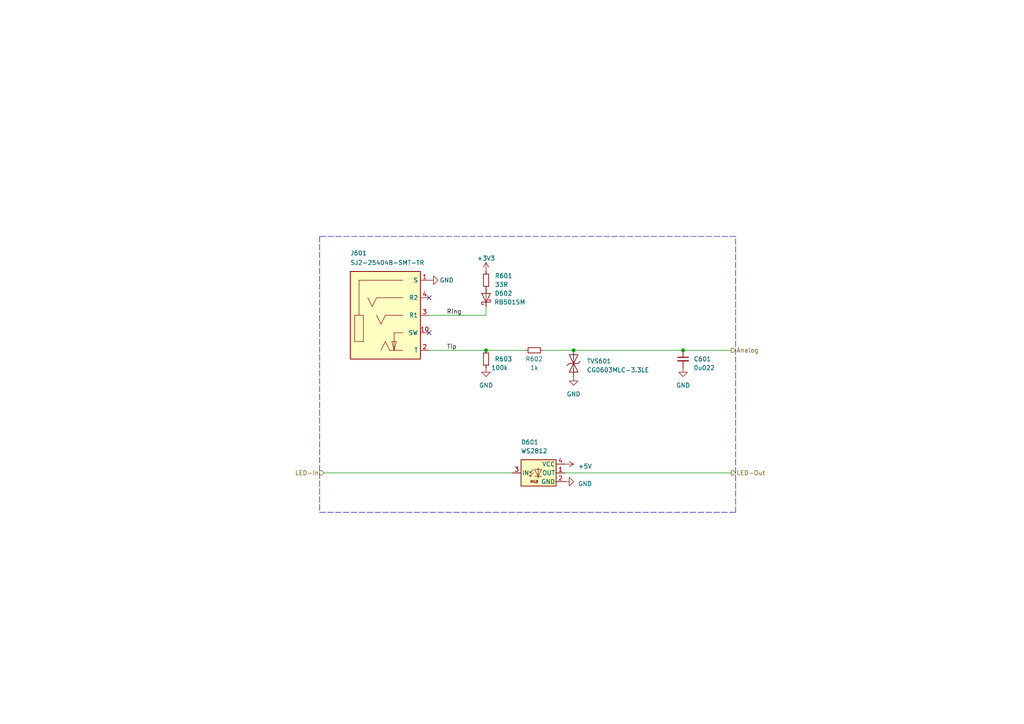
<source format=kicad_sch>
(kicad_sch (version 20231120) (generator "eeschema") (generator_version "8.0")
  (paper "A4")
  (title_block (title "Expression Input") (date "2024-07-17") (rev "5") (company "Versio Duo"))
  (lib_symbols
    (symbol "Device:C_Small" (pin_numbers hide) (pin_names (offset 0.254) hide)
      (property "Reference" "C" (at 0.254 1.778 0))
      (property "Value" "C_Small" (at 0.254 -2.032 0))
      (symbol "C_Small_0_1"
        (polyline (pts (xy -1.524 -0.508) (xy 1.524 -0.508)) (stroke (width 0.3302)))
        (polyline (pts (xy -1.524 0.508) (xy 1.524 0.508)) (stroke (width 0.3048)))
      )
      (symbol "C_Small_1_1"
        (pin passive line (at 0 2.54 270) (length 2.032) (name "~") (number "1"))
        (pin passive line (at 0 -2.54 90) (length 2.032) (name "~") (number "2"))
      )
    )
    (symbol "Device:R_Small" (pin_numbers hide) (pin_names (offset 0.254) hide)
      (property "Reference" "R" (at 0.762 0.508 0))
      (property "Value" "R_Small" (at 0.762 -1.016 0))
      (symbol "R_Small_0_1"
        (rectangle (start -0.762 1.778) (end 0.762 -1.778) (stroke (width 0.2032)))
      )
      (symbol "R_Small_1_1"
        (pin passive line (at 0 2.54 270) (length 0.762) (name "~") (number "1"))
        (pin passive line (at 0 -2.54 90) (length 0.762) (name "~") (number "2"))
      )
    )
    (symbol "V2_Connector_Audio:SJ2-25404B-SMT-TR" (pin_names (offset 0.635))
      (property "Reference" "J" (at -10.1854 15.2654 0))
      (property "Value" "SJ2-25404B-SMT-TR" (at -10.414 -17.78 0))
      (symbol "SJ2-25404B-SMT-TR_0_0"
        (rectangle (start -10.16 12.7) (end 10.16 -12.7) (stroke (width 0.254)) (fill (type background)))
        (polyline (pts (xy -8.89 -7.62) (xy -6.35 -7.62)) (stroke (width 0.1524)))
        (polyline (pts (xy -8.89 0) (xy -8.89 -7.62)) (stroke (width 0.1524)))
        (polyline (pts (xy -7.62 0) (xy -8.89 0)) (stroke (width 0.1524)))
        (polyline (pts (xy -7.62 10.16) (xy -7.62 0)) (stroke (width 0.1524)))
        (polyline (pts (xy -6.35 -7.62) (xy -6.35 0)) (stroke (width 0.1524)))
        (polyline (pts (xy -6.35 0) (xy -7.62 0)) (stroke (width 0.1524)))
        (polyline (pts (xy -3.81 2.54) (xy -5.08 5.08)) (stroke (width 0.1524)))
        (polyline (pts (xy -2.54 5.08) (xy -3.81 2.54)) (stroke (width 0.1524)))
        (polyline (pts (xy -1.27 -2.54) (xy -2.54 0)) (stroke (width 0.1524)))
        (polyline (pts (xy 0 -7.62) (xy -1.27 -10.16)) (stroke (width 0.1524)))
        (polyline (pts (xy 0 0) (xy -1.27 -2.54)) (stroke (width 0.1524)))
        (polyline (pts (xy 1.27 -10.16) (xy 0 -7.62)) (stroke (width 0.1524)))
        (polyline (pts (xy 2.54 -10.16) (xy 1.27 -10.16)) (stroke (width 0.1524)))
        (polyline (pts (xy 2.54 -5.08) (xy 2.54 -10.16)) (stroke (width 0.1524)))
        (polyline (pts (xy 5.08 -10.16) (xy 2.54 -10.16)) (stroke (width 0.1524)))
        (polyline (pts (xy 5.08 -5.08) (xy 2.54 -5.08)) (stroke (width 0.1524)))
        (polyline (pts (xy 5.08 0) (xy 0 0)) (stroke (width 0.1524)))
        (polyline (pts (xy 5.08 5.08) (xy -2.54 5.08)) (stroke (width 0.1524)))
        (polyline (pts (xy 5.08 10.16) (xy -7.62 10.16)) (stroke (width 0.1524)))
        (polyline (pts (xy 2.54 -10.16) (xy 1.905 -7.62) (xy 3.175 -7.62) (xy 2.54 -10.16)) (stroke (width 0.1524)) (fill (type background)))
      )
      (symbol "SJ2-25404B-SMT-TR_1_0"
        (pin passive line (at 12.7 10.16 180) (length 2.54) (name "S") (number "1"))
        (pin passive line (at 12.7 -5.08 180) (length 2.54) (name "SW") (number "10"))
        (pin passive line (at 12.7 -10.16 180) (length 2.54) (name "T") (number "2"))
        (pin passive line (at 12.7 0 180) (length 2.54) (name "R1") (number "3"))
        (pin passive line (at 12.7 5.08 180) (length 2.54) (name "R2") (number "4"))
      )
    )
    (symbol "V2_Diode:CG0603MLC-3.3LE" (pin_numbers hide) (pin_names hide)
      (property "Reference" "TVS" (at -1.27 3.81 0))
      (property "Value" "CG0603MLC-3.3LE" (at 0 -3.81 0))
      (symbol "CG0603MLC-3.3LE_0_1"
        (polyline (pts (xy 1.27 0) (xy -1.27 0)))
        (polyline (pts (xy -2.54 -1.27) (xy -2.54 1.27) (xy 0 0) (xy -2.54 -1.27)) (stroke (width 0.2032)))
        (polyline (pts (xy 2.54 1.27) (xy 2.54 -1.27) (xy 0 0) (xy 2.54 1.27)) (stroke (width 0.2032)))
        (polyline (pts (xy 0 1.27) (xy -0.635 1.905) (xy 0 1.27) (xy 0 -1.27) (xy 0.635 -1.905) (xy 0 -1.27)) (stroke (width 0.2032)))
      )
      (symbol "CG0603MLC-3.3LE_1_1"
        (pin passive line (at -3.81 0 0) (length 2.54) (name "K") (number "1"))
        (pin passive line (at 3.81 0 180) (length 2.54) (name "A") (number "2"))
      )
    )
    (symbol "V2_Diode:RB501SM" (pin_numbers hide) (pin_names hide)
      (property "Reference" "D" (at 0 2.54 0))
      (property "Value" "RB501SM" (at 0 -3.81 0))
      (symbol "RB501SM_0_1"
        (polyline (pts (xy 1.27 0) (xy -1.27 0)))
        (polyline (pts (xy 1.27 1.27) (xy 1.27 -1.27) (xy -1.27 0) (xy 1.27 1.27)) (stroke (width 0.2032)))
        (polyline (pts (xy -1.905 0.635) (xy -1.905 1.27) (xy -1.27 1.27) (xy -1.27 -1.27) (xy -0.635 -1.27) (xy -0.635 -0.635)) (stroke (width 0.2032)))
      )
      (symbol "RB501SM_1_1"
        (pin passive line (at -2.54 0 0) (length 1.27) (name "K") (number "1"))
        (pin passive line (at 2.54 0 180) (length 1.27) (name "A") (number "2"))
      )
    )
    (symbol "V2_LED:WS2812" (pin_names (offset 0.254))
      (property "Reference" "D3" (at 0 11.43 0))
      (property "Value" "WS2812" (at 0 8.89 0))
      (symbol "WS2812_0_0"
        (text "RGB" (at -1.27 -1.27 0) (effects (font (size 0.762 0.762))))
      )
      (symbol "WS2812_0_1"
        (rectangle (start -5.08 5.08) (end 5.08 -2.54) (stroke (width 0.254)) (fill (type background)))
        (polyline (pts (xy -2.54 0.254) (xy -2.032 0.254)))
        (polyline (pts (xy -2.54 1.27) (xy -2.032 1.27)))
        (polyline (pts (xy 0.889 0.254) (xy -1.143 0.254)))
        (polyline (pts (xy -1.524 1.27) (xy -2.54 0.254) (xy -2.54 0.762)))
        (polyline (pts (xy -1.524 2.286) (xy -2.54 1.27) (xy -2.54 1.778)))
        (polyline (pts (xy -0.127 2.794) (xy -0.127 0.254) (xy -0.127 -0.254)))
        (polyline (pts (xy 0.889 2.286) (xy -1.143 2.286) (xy -0.127 0.254) (xy 0.889 2.286)))
      )
      (symbol "WS2812_1_1"
        (pin output line (at 7.62 1.27 180) (length 2.54) (name "OUT") (number "1"))
        (pin power_in line (at 7.62 -1.27 180) (length 2.54) (name "GND") (number "2"))
        (pin input line (at -7.62 1.27 0) (length 2.54) (name "IN") (number "3"))
        (pin power_in line (at 7.62 3.81 180) (length 2.54) (name "VCC") (number "4"))
      )
    )
    (symbol "power:+3V3" (power) (pin_numbers hide) (pin_names (offset 0) hide)
      (property "Value" "+3V3" (at 0 3.556 0))
      (symbol "+3V3_0_1"
        (polyline (pts (xy -0.762 1.27) (xy 0 2.54)))
        (polyline (pts (xy 0 0) (xy 0 2.54)))
        (polyline (pts (xy 0 2.54) (xy 0.762 1.27)))
      )
      (symbol "+3V3_1_1"
        (pin power_in line (at 0 0 90) (length 0) (name "~") (number "1"))
      )
    )
    (symbol "power:+5V" (power) (pin_numbers hide) (pin_names (offset 0) hide)
      (property "Value" "+5V" (at 0 3.556 0))
      (symbol "+5V_0_1"
        (polyline (pts (xy -0.762 1.27) (xy 0 2.54)))
        (polyline (pts (xy 0 0) (xy 0 2.54)))
        (polyline (pts (xy 0 2.54) (xy 0.762 1.27)))
      )
      (symbol "+5V_1_1"
        (pin power_in line (at 0 0 90) (length 0) (name "~") (number "1"))
      )
    )
    (symbol "power:GND" (power) (pin_numbers hide) (pin_names (offset 0) hide)
      (property "Value" "GND" (at 0 -3.81 0))
      (symbol "GND_0_1"
        (polyline (pts (xy 0 0) (xy 0 -1.27) (xy 1.27 -1.27) (xy 0 -2.54) (xy -1.27 -1.27) (xy 0 -1.27)))
      )
      (symbol "GND_1_1"
        (pin power_in line (at 0 0 270) (length 0) (name "~") (number "1"))
      )
    )
  )
  (junction (at 198.12 101.6))
  (junction (at 166.37 101.6))
  (junction (at 140.97 101.6))
  (no_connect (at 124.46 86.36))
  (no_connect (at 124.46 96.52))
  (wire (pts (xy 140.97 88.9) (xy 140.97 91.44)))
  (polyline (pts (xy 213.36 68.58) (xy 92.71 68.58)) (stroke (width 0) (type dash)))
  (wire (pts (xy 93.98 137.16) (xy 148.59 137.16)))
  (polyline (pts (xy 92.71 68.58) (xy 92.71 148.59)) (stroke (width 0) (type dash)))
  (wire (pts (xy 166.37 101.6) (xy 198.12 101.6)))
  (wire (pts (xy 124.46 101.6) (xy 140.97 101.6)))
  (wire (pts (xy 124.46 91.44) (xy 140.97 91.44)))
  (polyline (pts (xy 92.71 148.59) (xy 213.36 148.59)) (stroke (width 0) (type dash)))
  (polyline (pts (xy 213.36 148.59) (xy 213.36 68.58)) (stroke (width 0) (type dash)))
  (wire (pts (xy 157.48 101.6) (xy 166.37 101.6)))
  (wire (pts (xy 198.12 101.6) (xy 212.09 101.6)))
  (wire (pts (xy 163.83 137.16) (xy 212.09 137.16)))
  (wire (pts (xy 140.97 101.6) (xy 152.4 101.6)))
  (label "Tip" (at 129.54 101.6 0))
  (label "Ring" (at 129.54 91.44 0))
  (hierarchical_label "LED-In" (shape input) (at 93.98 137.16 180))
  (hierarchical_label "LED-Out" (shape output) (at 212.09 137.16 0))
  (hierarchical_label "Analog" (shape output) (at 212.09 101.6 0))
  (symbol (lib_id "Device:R_Small") (at 140.97 81.28 180) (unit 1)
    (property "Reference" "R601" (at 143.51 80.0101 0) (effects (justify right)))
    (property "Value" "33R" (at 143.51 82.55 0) (effects (justify right)))
    (property "Footprint" "Resistor_SMD:R_0603_1608Metric" (effects (hide yes)))
    (property "Description" "Resistor, small symbol" (effects (hide yes)))
    (instances (project "express" (path "" (reference "R601") (unit 1)) (path "" (reference "R1501") (unit 1)) (path "" (reference "R1201") (unit 1)) (path "" (reference "R1801") (unit 1)) (path "" (reference "R401") (unit 1)) (path "" (reference "R801") (unit 1)) (path "" (reference "R1601") (unit 1)) (path "" (reference "R301") (unit 1)) (path "" (reference "R501") (unit 1)) (path "" (reference "R1301") (unit 1)) (path "" (reference "R1701") (unit 1)) (path "" (reference "R701") (unit 1)) (path "" (reference "R901") (unit 1)) (path "" (reference "R1401") (unit 1)) (path "" (reference "R1001") (unit 1)) (path "" (reference "R1101") (unit 1))))
  )
  (symbol (lib_id "Device:R_Small") (at 154.94 101.6 270) (unit 1)
    (property "Reference" "R602" (at 157.4801 104.14 90) (effects (justify right)))
    (property "Value" "1k" (at 156.2101 106.68 90) (effects (justify right)))
    (property "Footprint" "Resistor_SMD:R_0603_1608Metric" (effects (hide yes)))
    (property "Description" "Resistor, small symbol" (effects (hide yes)))
    (instances (project "express" (path "" (reference "R602") (unit 1)) (path "" (reference "R1503") (unit 1)) (path "" (reference "R1203") (unit 1)) (path "" (reference "R1803") (unit 1)) (path "" (reference "R402") (unit 1)) (path "" (reference "R802") (unit 1)) (path "" (reference "R1603") (unit 1)) (path "" (reference "R302") (unit 1)) (path "" (reference "R502") (unit 1)) (path "" (reference "R1303") (unit 1)) (path "" (reference "R1703") (unit 1)) (path "" (reference "R702") (unit 1)) (path "" (reference "R902") (unit 1)) (path "" (reference "R1403") (unit 1)) (path "" (reference "R1002") (unit 1)) (path "" (reference "R1103") (unit 1))))
  )
  (symbol (lib_id "power:+3V3") (at 140.97 78.74 0) (unit 1)
    (property "Reference" "#PWR0604" (effects (hide yes)))
    (property "Value" "+3V3" (at 140.97 74.93 0))
    (property "Description" "Power symbol creates a global label with name \"+3V3\"" (effects (hide yes)))
    (instances (project "express" (path "" (reference "#PWR0604") (unit 1)) (path "" (reference "#PWR01502") (unit 1)) (path "" (reference "#PWR01202") (unit 1)) (path "" (reference "#PWR01802") (unit 1)) (path "" (reference "#PWR0404") (unit 1)) (path "" (reference "#PWR0804") (unit 1)) (path "" (reference "#PWR01602") (unit 1)) (path "" (reference "#PWR0304") (unit 1)) (path "" (reference "#PWR0504") (unit 1)) (path "" (reference "#PWR01302") (unit 1)) (path "" (reference "#PWR01702") (unit 1)) (path "" (reference "#PWR0704") (unit 1)) (path "" (reference "#PWR0904") (unit 1)) (path "" (reference "#PWR01402") (unit 1)) (path "" (reference "#PWR01004") (unit 1)) (path "" (reference "#PWR01102") (unit 1))))
  )
  (symbol (lib_id "power:GND") (at 140.97 106.68 0) (unit 1)
    (property "Reference" "#PWR0608" (effects (hide yes)))
    (property "Value" "GND" (at 140.97 111.76 0))
    (property "Description" "Power symbol creates a global label with name \"GND\" , ground" (effects (hide yes)))
    (instances (project "express" (path "" (reference "#PWR0608") (unit 1)) (path "" (reference "#PWR01503") (unit 1)) (path "" (reference "#PWR01203") (unit 1)) (path "" (reference "#PWR01803") (unit 1)) (path "" (reference "#PWR0408") (unit 1)) (path "" (reference "#PWR0808") (unit 1)) (path "" (reference "#PWR01603") (unit 1)) (path "" (reference "#PWR0308") (unit 1)) (path "" (reference "#PWR0508") (unit 1)) (path "" (reference "#PWR01303") (unit 1)) (path "" (reference "#PWR01703") (unit 1)) (path "" (reference "#PWR0708") (unit 1)) (path "" (reference "#PWR0908") (unit 1)) (path "" (reference "#PWR01403") (unit 1)) (path "" (reference "#PWR01008") (unit 1)) (path "" (reference "#PWR01103") (unit 1))))
  )
  (symbol (lib_id "power:+5V") (at 163.83 134.62 270) (unit 1)
    (property "Reference" "#PWR0601" (effects (hide yes)))
    (property "Value" "+5V" (at 167.64 135.255 90) (effects (justify left)))
    (property "Description" "Power symbol creates a global label with name \"+5V\"" (effects (hide yes)))
    (instances (project "express" (path "" (reference "#PWR0601") (unit 1)) (path "" (reference "#PWR01504") (unit 1)) (path "" (reference "#PWR01204") (unit 1)) (path "" (reference "#PWR01804") (unit 1)) (path "" (reference "#PWR0401") (unit 1)) (path "" (reference "#PWR0801") (unit 1)) (path "" (reference "#PWR01604") (unit 1)) (path "" (reference "#PWR0301") (unit 1)) (path "" (reference "#PWR0501") (unit 1)) (path "" (reference "#PWR01304") (unit 1)) (path "" (reference "#PWR01704") (unit 1)) (path "" (reference "#PWR0701") (unit 1)) (path "" (reference "#PWR0901") (unit 1)) (path "" (reference "#PWR01404") (unit 1)) (path "" (reference "#PWR01001") (unit 1)) (path "" (reference "#PWR01104") (unit 1))))
  )
  (symbol (lib_id "power:GND") (at 198.12 106.68 0) (unit 1)
    (property "Reference" "#PWR0605" (effects (hide yes)))
    (property "Value" "GND" (at 198.12 111.76 0))
    (property "Description" "Power symbol creates a global label with name \"GND\" , ground" (effects (hide yes)))
    (instances (project "express" (path "" (reference "#PWR0605") (unit 1)) (path "" (reference "#PWR01506") (unit 1)) (path "" (reference "#PWR01206") (unit 1)) (path "" (reference "#PWR01806") (unit 1)) (path "" (reference "#PWR0405") (unit 1)) (path "" (reference "#PWR0805") (unit 1)) (path "" (reference "#PWR01606") (unit 1)) (path "" (reference "#PWR0305") (unit 1)) (path "" (reference "#PWR0505") (unit 1)) (path "" (reference "#PWR01306") (unit 1)) (path "" (reference "#PWR01706") (unit 1)) (path "" (reference "#PWR0705") (unit 1)) (path "" (reference "#PWR0905") (unit 1)) (path "" (reference "#PWR01406") (unit 1)) (path "" (reference "#PWR01005") (unit 1)) (path "" (reference "#PWR01106") (unit 1))))
  )
  (symbol (lib_id "V2_Connector_Audio:SJ2-25404B-SMT-TR") (at 111.76 91.44 0) (unit 1)
    (property "Reference" "J601" (at 101.6 73.406 0) (effects (justify left)))
    (property "Value" "SJ2-25404B-SMT-TR" (at 101.6 76.2 0) (effects (justify left)))
    (property "Footprint" "V2_Connector_Audio:CUI_SJ2-25404B-SMT-TR" (effects (hide yes)))
    (property "Sim.Enable" "0" (effects (hide yes)))
    (instances (project "express" (path "" (reference "J601") (unit 1)) (path "" (reference "J1501") (unit 1)) (path "" (reference "J1201") (unit 1)) (path "" (reference "J1801") (unit 1)) (path "" (reference "J401") (unit 1)) (path "" (reference "J801") (unit 1)) (path "" (reference "J1601") (unit 1)) (path "" (reference "J301") (unit 1)) (path "" (reference "J501") (unit 1)) (path "" (reference "J1301") (unit 1)) (path "" (reference "J1701") (unit 1)) (path "" (reference "J701") (unit 1)) (path "" (reference "J901") (unit 1)) (path "" (reference "J1401") (unit 1)) (path "" (reference "J1001") (unit 1)) (path "" (reference "J1101") (unit 1))))
  )
  (symbol (lib_id "Device:C_Small") (at 198.12 104.14 0) (unit 1)
    (property "Reference" "C601" (at 201.168 104.14 0) (effects (justify left)))
    (property "Value" "0u022" (at 201.168 106.68 0) (effects (justify left)))
    (property "Footprint" "Capacitor_SMD:C_0603_1608Metric" (effects (hide yes)))
    (property "Description" "Unpolarized capacitor, small symbol" (effects (hide yes)))
    (instances (project "express" (path "" (reference "C601") (unit 1)) (path "" (reference "C1501") (unit 1)) (path "" (reference "C1201") (unit 1)) (path "" (reference "C1801") (unit 1)) (path "" (reference "C401") (unit 1)) (path "" (reference "C801") (unit 1)) (path "" (reference "C1601") (unit 1)) (path "" (reference "C301") (unit 1)) (path "" (reference "C501") (unit 1)) (path "" (reference "C1301") (unit 1)) (path "" (reference "C1701") (unit 1)) (path "" (reference "C701") (unit 1)) (path "" (reference "C901") (unit 1)) (path "" (reference "C1401") (unit 1)) (path "" (reference "C1001") (unit 1)) (path "" (reference "C1101") (unit 1))))
  )
  (symbol (lib_id "V2_Diode:CG0603MLC-3.3LE") (at 166.37 105.41 90) (unit 1)
    (property "Reference" "TVS601" (at 170.18 104.775 90) (effects (justify right)))
    (property "Value" "CG0603MLC-3.3LE" (at 170.18 107.315 90) (effects (justify right)))
    (property "Footprint" "Diode_SMD:D_0603_1608Metric" (effects (hide yes)))
    (instances (project "express" (path "" (reference "TVS601") (unit 1)) (path "" (reference "TVS1501") (unit 1)) (path "" (reference "TVS1201") (unit 1)) (path "" (reference "TVS1801") (unit 1)) (path "" (reference "TVS401") (unit 1)) (path "" (reference "TVS801") (unit 1)) (path "" (reference "TVS1601") (unit 1)) (path "" (reference "TVS301") (unit 1)) (path "" (reference "TVS501") (unit 1)) (path "" (reference "TVS1301") (unit 1)) (path "" (reference "TVS1701") (unit 1)) (path "" (reference "TVS701") (unit 1)) (path "" (reference "TVS901") (unit 1)) (path "" (reference "TVS1401") (unit 1)) (path "" (reference "TVS1001") (unit 1)) (path "" (reference "TVS1101") (unit 1))))
  )
  (symbol (lib_id "power:GND") (at 163.83 139.7 90) (unit 1)
    (property "Reference" "#PWR0602" (effects (hide yes)))
    (property "Value" "GND" (at 167.64 140.335 90) (effects (justify right)))
    (property "Description" "Power symbol creates a global label with name \"GND\" , ground" (effects (hide yes)))
    (instances (project "express" (path "" (reference "#PWR0602") (unit 1)) (path "" (reference "#PWR01505") (unit 1)) (path "" (reference "#PWR01205") (unit 1)) (path "" (reference "#PWR01805") (unit 1)) (path "" (reference "#PWR0402") (unit 1)) (path "" (reference "#PWR0802") (unit 1)) (path "" (reference "#PWR01605") (unit 1)) (path "" (reference "#PWR0302") (unit 1)) (path "" (reference "#PWR0502") (unit 1)) (path "" (reference "#PWR01305") (unit 1)) (path "" (reference "#PWR01705") (unit 1)) (path "" (reference "#PWR0702") (unit 1)) (path "" (reference "#PWR0902") (unit 1)) (path "" (reference "#PWR01405") (unit 1)) (path "" (reference "#PWR01002") (unit 1)) (path "" (reference "#PWR01105") (unit 1))))
  )
  (symbol (lib_id "power:GND") (at 166.37 109.22 0) (unit 1)
    (property "Reference" "#PWR0609" (effects (hide yes)))
    (property "Value" "GND" (at 166.37 114.3 0))
    (property "Description" "Power symbol creates a global label with name \"GND\" , ground" (effects (hide yes)))
    (instances (project "express" (path "" (reference "#PWR0609") (unit 1)) (path "" (reference "#PWR01509") (unit 1)) (path "" (reference "#PWR01209") (unit 1)) (path "" (reference "#PWR01809") (unit 1)) (path "" (reference "#PWR0409") (unit 1)) (path "" (reference "#PWR0809") (unit 1)) (path "" (reference "#PWR01609") (unit 1)) (path "" (reference "#PWR0309") (unit 1)) (path "" (reference "#PWR0509") (unit 1)) (path "" (reference "#PWR01309") (unit 1)) (path "" (reference "#PWR01709") (unit 1)) (path "" (reference "#PWR0709") (unit 1)) (path "" (reference "#PWR0909") (unit 1)) (path "" (reference "#PWR01409") (unit 1)) (path "" (reference "#PWR01009") (unit 1)) (path "" (reference "#PWR01109") (unit 1))))
  )
  (symbol (lib_id "power:GND") (at 124.46 81.28 90) (unit 1)
    (property "Reference" "#PWR0603" (effects (hide yes)))
    (property "Value" "GND" (at 129.54 81.28 90))
    (property "Description" "Power symbol creates a global label with name \"GND\" , ground" (effects (hide yes)))
    (instances (project "express" (path "" (reference "#PWR0603") (unit 1)) (path "" (reference "#PWR01501") (unit 1)) (path "" (reference "#PWR01201") (unit 1)) (path "" (reference "#PWR01801") (unit 1)) (path "" (reference "#PWR0403") (unit 1)) (path "" (reference "#PWR0803") (unit 1)) (path "" (reference "#PWR01601") (unit 1)) (path "" (reference "#PWR0303") (unit 1)) (path "" (reference "#PWR0503") (unit 1)) (path "" (reference "#PWR01301") (unit 1)) (path "" (reference "#PWR01701") (unit 1)) (path "" (reference "#PWR0703") (unit 1)) (path "" (reference "#PWR0903") (unit 1)) (path "" (reference "#PWR01401") (unit 1)) (path "" (reference "#PWR01003") (unit 1)) (path "" (reference "#PWR01101") (unit 1))))
  )
  (symbol (lib_id "V2_Diode:RB501SM") (at 140.97 86.36 90) (unit 1)
    (property "Reference" "D602" (at 148.59 85.09 90) (effects (justify left)))
    (property "Value" "RB501SM" (at 152.4 87.63 90) (effects (justify left)))
    (property "Footprint" "Diode_SMD:D_SOD-523" (effects (hide yes)))
    (instances (project "express" (path "" (reference "D602") (unit 1)) (path "" (reference "D1501") (unit 1)) (path "" (reference "D1201") (unit 1)) (path "" (reference "D1801") (unit 1)) (path "" (reference "D402") (unit 1)) (path "" (reference "D802") (unit 1)) (path "" (reference "D1601") (unit 1)) (path "" (reference "D302") (unit 1)) (path "" (reference "D502") (unit 1)) (path "" (reference "D1301") (unit 1)) (path "" (reference "D1701") (unit 1)) (path "" (reference "D702") (unit 1)) (path "" (reference "D902") (unit 1)) (path "" (reference "D1401") (unit 1)) (path "" (reference "D1002") (unit 1)) (path "" (reference "D1101") (unit 1))))
  )
  (symbol (lib_id "V2_LED:WS2812") (at 156.21 138.43 0) (unit 1)
    (property "Reference" "D601" (at 153.67 128.27 0))
    (property "Value" "WS2812" (at 154.94 130.81 0))
    (property "Footprint" "V2_LED:WS2812-2020" (effects (hide yes)))
    (property "Description" "RGB LED with integrated controller" (effects (hide yes)))
    (instances (project "express" (path "" (reference "D601") (unit 1)) (path "" (reference "D1502") (unit 1)) (path "" (reference "D1202") (unit 1)) (path "" (reference "D1802") (unit 1)) (path "" (reference "D401") (unit 1)) (path "" (reference "D801") (unit 1)) (path "" (reference "D1602") (unit 1)) (path "" (reference "D301") (unit 1)) (path "" (reference "D501") (unit 1)) (path "" (reference "D1302") (unit 1)) (path "" (reference "D1702") (unit 1)) (path "" (reference "D701") (unit 1)) (path "" (reference "D901") (unit 1)) (path "" (reference "D1402") (unit 1)) (path "" (reference "D1001") (unit 1)) (path "" (reference "D1102") (unit 1))))
  )
  (symbol (lib_id "Device:R_Small") (at 140.97 104.14 0) (unit 1)
    (property "Reference" "R603" (at 148.59 104.1399 0) (effects (justify right)))
    (property "Value" "100k" (at 147.32 106.68 0) (effects (justify right)))
    (property "Footprint" "Resistor_SMD:R_0603_1608Metric" (effects (hide yes)))
    (property "Description" "Resistor, small symbol" (effects (hide yes)))
    (instances (project "express" (path "" (reference "R603") (unit 1)) (path "" (reference "R1502") (unit 1)) (path "" (reference "R1202") (unit 1)) (path "" (reference "R1802") (unit 1)) (path "" (reference "R403") (unit 1)) (path "" (reference "R803") (unit 1)) (path "" (reference "R1602") (unit 1)) (path "" (reference "R303") (unit 1)) (path "" (reference "R503") (unit 1)) (path "" (reference "R1302") (unit 1)) (path "" (reference "R1702") (unit 1)) (path "" (reference "R703") (unit 1)) (path "" (reference "R903") (unit 1)) (path "" (reference "R1402") (unit 1)) (path "" (reference "R1003") (unit 1)) (path "" (reference "R1102") (unit 1))))
  )
)
</source>
